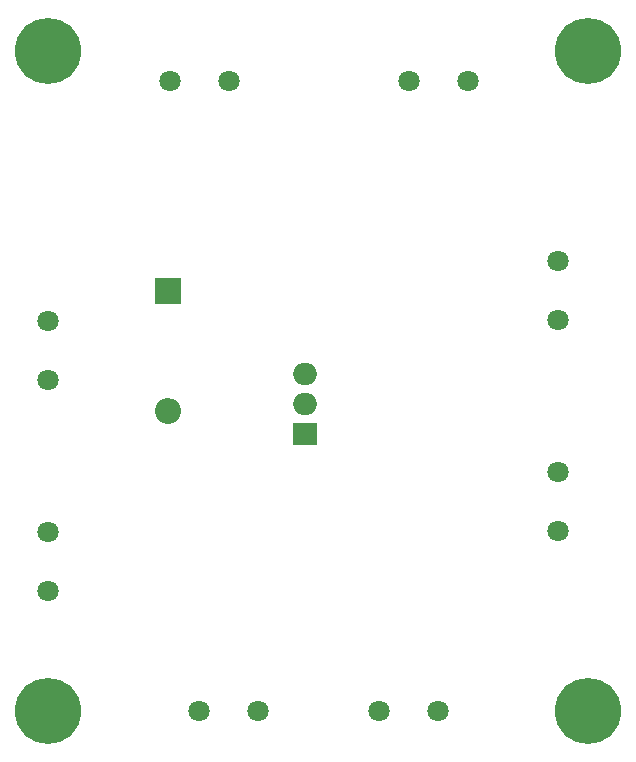
<source format=gbr>
%TF.GenerationSoftware,KiCad,Pcbnew,7.0.9*%
%TF.CreationDate,2024-06-07T12:35:00-04:00*%
%TF.ProjectId,PCBAdas,50434241-6461-4732-9e6b-696361645f70,rev?*%
%TF.SameCoordinates,Original*%
%TF.FileFunction,Soldermask,Bot*%
%TF.FilePolarity,Negative*%
%FSLAX46Y46*%
G04 Gerber Fmt 4.6, Leading zero omitted, Abs format (unit mm)*
G04 Created by KiCad (PCBNEW 7.0.9) date 2024-06-07 12:35:00*
%MOMM*%
%LPD*%
G01*
G04 APERTURE LIST*
%ADD10C,1.803400*%
%ADD11C,5.600000*%
%ADD12R,2.000000X1.905000*%
%ADD13O,2.000000X1.905000*%
%ADD14R,2.200000X2.200000*%
%ADD15O,2.200000X2.200000*%
G04 APERTURE END LIST*
D10*
%TO.C,J7*%
X157560000Y-73660000D03*
X152560000Y-73660000D03*
%TD*%
D11*
%TO.C,H3*%
X142240000Y-71120000D03*
%TD*%
%TO.C,H1*%
X142240000Y-127000000D03*
%TD*%
D12*
%TO.C,Q1*%
X163945000Y-103540000D03*
D13*
X163945000Y-101000000D03*
X163945000Y-98460000D03*
%TD*%
D10*
%TO.C,J4*%
X185420000Y-93900000D03*
X185420000Y-88900000D03*
%TD*%
%TO.C,J2*%
X142240000Y-93980000D03*
X142240000Y-98980000D03*
%TD*%
%TO.C,J1*%
X142240000Y-111840000D03*
X142240000Y-116840000D03*
%TD*%
D11*
%TO.C,H4*%
X187960000Y-71120000D03*
%TD*%
%TO.C,H2*%
X187960000Y-127000000D03*
%TD*%
D10*
%TO.C,J5*%
X170260000Y-127000000D03*
X175260000Y-127000000D03*
%TD*%
%TO.C,J6*%
X155020000Y-127000000D03*
X160020000Y-127000000D03*
%TD*%
%TO.C,J3*%
X185420000Y-111760000D03*
X185420000Y-106760000D03*
%TD*%
%TO.C,J8*%
X177800000Y-73660000D03*
X172800000Y-73660000D03*
%TD*%
D14*
%TO.C,D1*%
X152400000Y-91440000D03*
D15*
X152400000Y-101600000D03*
%TD*%
M02*

</source>
